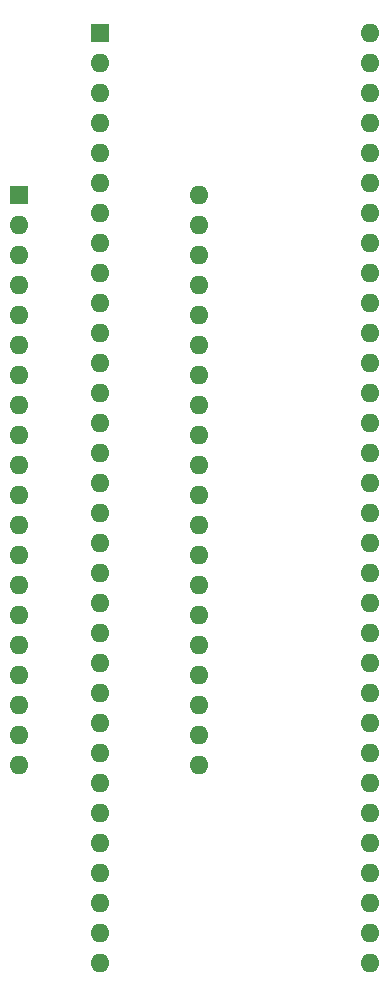
<source format=gbs>
G04 #@! TF.GenerationSoftware,KiCad,Pcbnew,(6.0.0)*
G04 #@! TF.CreationDate,2023-01-29T20:39:39-05:00*
G04 #@! TF.ProjectId,tms7000 64 pin adapter,746d7337-3030-4302-9036-342070696e20,rev?*
G04 #@! TF.SameCoordinates,Original*
G04 #@! TF.FileFunction,Soldermask,Bot*
G04 #@! TF.FilePolarity,Negative*
%FSLAX46Y46*%
G04 Gerber Fmt 4.6, Leading zero omitted, Abs format (unit mm)*
G04 Created by KiCad (PCBNEW (6.0.0)) date 2023-01-29 20:39:39*
%MOMM*%
%LPD*%
G01*
G04 APERTURE LIST*
%ADD10R,1.600000X1.600000*%
%ADD11O,1.600000X1.600000*%
G04 APERTURE END LIST*
D10*
X115565000Y-52837000D03*
D11*
X115565000Y-55377000D03*
X115565000Y-57917000D03*
X115565000Y-60457000D03*
X115565000Y-62997000D03*
X115565000Y-65537000D03*
X115565000Y-68077000D03*
X115565000Y-70617000D03*
X115565000Y-73157000D03*
X115565000Y-75697000D03*
X115565000Y-78237000D03*
X115565000Y-80777000D03*
X115565000Y-83317000D03*
X115565000Y-85857000D03*
X115565000Y-88397000D03*
X115565000Y-90937000D03*
X115565000Y-93477000D03*
X115565000Y-96017000D03*
X115565000Y-98557000D03*
X115565000Y-101097000D03*
X130805000Y-101097000D03*
X130805000Y-98557000D03*
X130805000Y-96017000D03*
X130805000Y-93477000D03*
X130805000Y-90937000D03*
X130805000Y-88397000D03*
X130805000Y-85857000D03*
X130805000Y-83317000D03*
X130805000Y-80777000D03*
X130805000Y-78237000D03*
X130805000Y-75697000D03*
X130805000Y-73157000D03*
X130805000Y-70617000D03*
X130805000Y-68077000D03*
X130805000Y-65537000D03*
X130805000Y-62997000D03*
X130805000Y-60457000D03*
X130805000Y-57917000D03*
X130805000Y-55377000D03*
X130805000Y-52837000D03*
D10*
X122428000Y-39116000D03*
D11*
X122428000Y-41656000D03*
X122428000Y-44196000D03*
X122428000Y-46736000D03*
X122428000Y-49276000D03*
X122428000Y-51816000D03*
X122428000Y-54356000D03*
X122428000Y-56896000D03*
X122428000Y-59436000D03*
X122428000Y-61976000D03*
X122428000Y-64516000D03*
X122428000Y-67056000D03*
X122428000Y-69596000D03*
X122428000Y-72136000D03*
X122428000Y-74676000D03*
X122428000Y-77216000D03*
X122428000Y-79756000D03*
X122428000Y-82296000D03*
X122428000Y-84836000D03*
X122428000Y-87376000D03*
X122428000Y-89916000D03*
X122428000Y-92456000D03*
X122428000Y-94996000D03*
X122428000Y-97536000D03*
X122428000Y-100076000D03*
X122428000Y-102616000D03*
X122428000Y-105156000D03*
X122428000Y-107696000D03*
X122428000Y-110236000D03*
X122428000Y-112776000D03*
X122428000Y-115316000D03*
X122428000Y-117856000D03*
X145288000Y-117856000D03*
X145288000Y-115316000D03*
X145288000Y-112776000D03*
X145288000Y-110236000D03*
X145288000Y-107696000D03*
X145288000Y-105156000D03*
X145288000Y-102616000D03*
X145288000Y-100076000D03*
X145288000Y-97536000D03*
X145288000Y-94996000D03*
X145288000Y-92456000D03*
X145288000Y-89916000D03*
X145288000Y-87376000D03*
X145288000Y-84836000D03*
X145288000Y-82296000D03*
X145288000Y-79756000D03*
X145288000Y-77216000D03*
X145288000Y-74676000D03*
X145288000Y-72136000D03*
X145288000Y-69596000D03*
X145288000Y-67056000D03*
X145288000Y-64516000D03*
X145288000Y-61976000D03*
X145288000Y-59436000D03*
X145288000Y-56896000D03*
X145288000Y-54356000D03*
X145288000Y-51816000D03*
X145288000Y-49276000D03*
X145288000Y-46736000D03*
X145288000Y-44196000D03*
X145288000Y-41656000D03*
X145288000Y-39116000D03*
M02*

</source>
